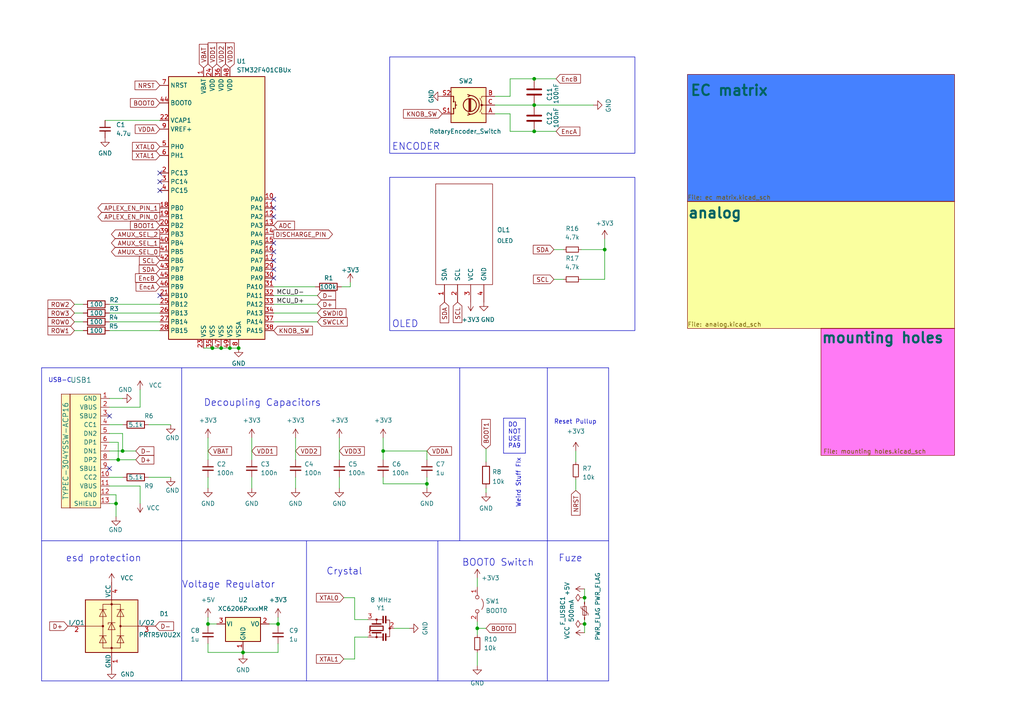
<source format=kicad_sch>
(kicad_sch (version 20230121) (generator eeschema)
  (paper "A4")
  (lib_symbols
    (symbol "Device:C" (pin_numbers hide) (pin_names (offset 0.254))
      (property "Reference" "C" (at 0.635 2.54 0))
      (property "Value" "C" (at 0.635 -2.54 0))
      (symbol "C_0_1"
        (polyline (pts (xy -2.032 -0.762) (xy 2.032 -0.762)) (stroke (width 0.508)))
        (polyline (pts (xy -2.032 0.762) (xy 2.032 0.762)) (stroke (width 0.508)))
      )
      (symbol "C_1_1"
        (pin passive line (at 0 3.81 270) (length 2.794) (name "~") (number "1"))
        (pin passive line (at 0 -3.81 90) (length 2.794) (name "~") (number "2"))
      )
    )
    (symbol "Device:C_Small" (pin_numbers hide) (pin_names (offset 0.254) hide)
      (property "Reference" "C" (at 0.254 1.778 0))
      (property "Value" "C_Small" (at 0.254 -2.032 0))
      (symbol "C_Small_0_1"
        (polyline (pts (xy -1.524 -0.508) (xy 1.524 -0.508)) (stroke (width 0.3302)))
        (polyline (pts (xy -1.524 0.508) (xy 1.524 0.508)) (stroke (width 0.3048)))
      )
      (symbol "C_Small_1_1"
        (pin passive line (at 0 2.54 270) (length 2.032) (name "~") (number "1"))
        (pin passive line (at 0 -2.54 90) (length 2.032) (name "~") (number "2"))
      )
    )
    (symbol "Device:Polyfuse_Small" (pin_numbers hide) (pin_names (offset 0))
      (property "Reference" "F" (at -1.905 0 90))
      (property "Value" "Polyfuse_Small" (at 1.905 0 90))
      (symbol "Polyfuse_Small_0_1"
        (rectangle (start -0.508 1.27) (end 0.508 -1.27))
        (polyline (pts (xy 0 2.54) (xy 0 -2.54)))
        (polyline (pts (xy -1.016 1.27) (xy -1.016 0.762) (xy 1.016 -0.762) (xy 1.016 -1.27)))
      )
      (symbol "Polyfuse_Small_1_1"
        (pin passive line (at 0 2.54 270) (length 0.635) (name "~") (number "1"))
        (pin passive line (at 0 -2.54 90) (length 0.635) (name "~") (number "2"))
      )
    )
    (symbol "Device:R" (pin_numbers hide) (pin_names (offset 0))
      (property "Reference" "R" (at 2.032 0 90))
      (property "Value" "R" (at 0 0 90))
      (symbol "R_0_1"
        (rectangle (start -1.016 -2.54) (end 1.016 2.54) (stroke (width 0.254)))
      )
      (symbol "R_1_1"
        (pin passive line (at 0 3.81 270) (length 1.27) (name "~") (number "1"))
        (pin passive line (at 0 -3.81 90) (length 1.27) (name "~") (number "2"))
      )
    )
    (symbol "Device:R_Small" (pin_numbers hide) (pin_names (offset 0.254) hide)
      (property "Reference" "R" (at 0.762 0.508 0))
      (property "Value" "R_Small" (at 0.762 -1.016 0))
      (symbol "R_Small_0_1"
        (rectangle (start -0.762 1.778) (end 0.762 -1.778) (stroke (width 0.2032)))
      )
      (symbol "R_Small_1_1"
        (pin passive line (at 0 2.54 270) (length 0.762) (name "~") (number "1"))
        (pin passive line (at 0 -2.54 90) (length 0.762) (name "~") (number "2"))
      )
    )
    (symbol "Device:Resonator_Small" (pin_names (offset 1.016) hide)
      (property "Reference" "Y" (at 3.175 1.905 0))
      (property "Value" "Resonator_Small" (at 3.175 0 0))
      (symbol "Resonator_Small_0_1"
        (rectangle (start -3.556 -2.54) (end -1.524 -2.794) (fill (type outline)))
        (rectangle (start -3.556 -1.778) (end -1.524 -2.032) (fill (type outline)))
        (circle (center -2.54 0) (radius 0.254) (fill (type outline)))
        (rectangle (start -0.635 1.905) (end 0.635 -1.905) (stroke (width 0.3048)))
        (circle (center 0 -3.81) (radius 0.254) (fill (type outline)))
        (polyline (pts (xy -2.54 -1.778) (xy -2.54 0)))
        (polyline (pts (xy -2.54 0) (xy -1.397 0)))
        (polyline (pts (xy -2.54 1.27) (xy -2.54 0)))
        (polyline (pts (xy -1.27 -1.27) (xy -1.27 1.27)) (stroke (width 0.381)))
        (polyline (pts (xy 1.27 -1.27) (xy 1.27 1.27)) (stroke (width 0.381)))
        (polyline (pts (xy 1.27 0) (xy 2.54 0)))
        (polyline (pts (xy 2.54 0) (xy 2.54 -1.778)))
        (polyline (pts (xy 2.54 1.27) (xy 2.54 0)))
        (polyline (pts (xy 2.413 -2.794) (xy 2.413 -3.81) (xy -2.413 -3.81) (xy -2.413 -2.667)))
        (rectangle (start 1.524 -2.54) (end 3.556 -2.794) (fill (type outline)))
        (rectangle (start 1.524 -1.778) (end 3.556 -2.032) (fill (type outline)))
        (circle (center 2.54 0) (radius 0.254) (fill (type outline)))
      )
      (symbol "Resonator_Small_1_1"
        (pin passive line (at -2.54 2.54 270) (length 1.27) (name "1") (number "1"))
        (pin passive line (at 0 -5.08 90) (length 1.27) (name "2") (number "2"))
        (pin passive line (at 2.54 2.54 270) (length 1.27) (name "3") (number "3"))
      )
    )
    (symbol "Device:RotaryEncoder_Switch" (pin_names (offset 0.254) hide)
      (property "Reference" "SW" (at 0 6.604 0))
      (property "Value" "RotaryEncoder_Switch" (at 0 -6.604 0))
      (symbol "RotaryEncoder_Switch_0_1"
        (rectangle (start -5.08 5.08) (end 5.08 -5.08) (stroke (width 0.254)) (fill (type background)))
        (circle (center -3.81 0) (radius 0.254) (fill (type outline)))
        (circle (center -0.381 0) (radius 1.905) (stroke (width 0.254)))
        (arc (start -0.381 2.667) (mid -3.0988 -0.0635) (end -0.381 -2.794) (stroke (width 0.254)))
        (polyline (pts (xy -0.635 -1.778) (xy -0.635 1.778)) (stroke (width 0.254)))
        (polyline (pts (xy -0.381 -1.778) (xy -0.381 1.778)) (stroke (width 0.254)))
        (polyline (pts (xy -0.127 1.778) (xy -0.127 -1.778)) (stroke (width 0.254)))
        (polyline (pts (xy 3.81 0) (xy 3.429 0)) (stroke (width 0.254)))
        (polyline (pts (xy 3.81 1.016) (xy 3.81 -1.016)) (stroke (width 0.254)))
        (polyline (pts (xy -5.08 -2.54) (xy -3.81 -2.54) (xy -3.81 -2.032)))
        (polyline (pts (xy -5.08 2.54) (xy -3.81 2.54) (xy -3.81 2.032)))
        (polyline (pts (xy 0.254 -3.048) (xy -0.508 -2.794) (xy 0.127 -2.413)) (stroke (width 0.254)))
        (polyline (pts (xy 0.254 2.921) (xy -0.508 2.667) (xy 0.127 2.286)) (stroke (width 0.254)))
        (polyline (pts (xy 5.08 -2.54) (xy 4.318 -2.54) (xy 4.318 -1.016)) (stroke (width 0.254)))
        (polyline (pts (xy 5.08 2.54) (xy 4.318 2.54) (xy 4.318 1.016)) (stroke (width 0.254)))
        (polyline (pts (xy -5.08 0) (xy -3.81 0) (xy -3.81 -1.016) (xy -3.302 -2.032)))
        (polyline (pts (xy -4.318 0) (xy -3.81 0) (xy -3.81 1.016) (xy -3.302 2.032)))
        (circle (center 4.318 -1.016) (radius 0.127) (stroke (width 0.254)))
        (circle (center 4.318 1.016) (radius 0.127) (stroke (width 0.254)))
      )
      (symbol "RotaryEncoder_Switch_1_1"
        (pin passive line (at -7.62 2.54 0) (length 2.54) (name "A") (number "A"))
        (pin passive line (at -7.62 -2.54 0) (length 2.54) (name "B") (number "B"))
        (pin passive line (at -7.62 0 0) (length 2.54) (name "C") (number "C"))
        (pin passive line (at 7.62 2.54 180) (length 2.54) (name "S1") (number "S1"))
        (pin passive line (at 7.62 -2.54 180) (length 2.54) (name "S2") (number "S2"))
      )
    )
    (symbol "Jumper:Jumper_2_Open" (pin_names (offset 0) hide)
      (property "Reference" "JP" (at 0 2.794 0))
      (property "Value" "Jumper_2_Open" (at 0 -2.286 0))
      (symbol "Jumper_2_Open_0_0"
        (circle (center -2.032 0) (radius 0.508))
        (circle (center 2.032 0) (radius 0.508))
      )
      (symbol "Jumper_2_Open_0_1"
        (arc (start 1.524 1.27) (mid 0 1.778) (end -1.524 1.27))
      )
      (symbol "Jumper_2_Open_1_1"
        (pin passive line (at -5.08 0 0) (length 2.54) (name "A") (number "1"))
        (pin passive line (at 5.08 0 180) (length 2.54) (name "B") (number "2"))
      )
    )
    (symbol "MCU_ST_STM32F4:STM32F401CBUx"
      (property "Reference" "U" (at -15.24 39.37 0))
      (property "Value" "STM32F401CBUx" (at 5.08 39.37 0))
      (symbol "STM32F401CBUx_0_1"
        (rectangle (start -15.24 -38.1) (end 12.7 38.1) (stroke (width 0.254)) (fill (type background)))
      )
      (symbol "STM32F401CBUx_1_1"
        (pin power_in line (at -5.08 40.64 270) (length 2.54) (name "VBAT") (number "1"))
        (pin bidirectional line (at 15.24 2.54 180) (length 2.54) (name "PA0") (number "10"))
        (pin bidirectional line (at 15.24 0 180) (length 2.54) (name "PA1") (number "11"))
        (pin bidirectional line (at 15.24 -2.54 180) (length 2.54) (name "PA2") (number "12"))
        (pin bidirectional line (at 15.24 -5.08 180) (length 2.54) (name "PA3") (number "13"))
        (pin bidirectional line (at 15.24 -7.62 180) (length 2.54) (name "PA4") (number "14"))
        (pin bidirectional line (at 15.24 -10.16 180) (length 2.54) (name "PA5") (number "15"))
        (pin bidirectional line (at 15.24 -12.7 180) (length 2.54) (name "PA6") (number "16"))
        (pin bidirectional line (at 15.24 -15.24 180) (length 2.54) (name "PA7") (number "17"))
        (pin bidirectional line (at -17.78 0 0) (length 2.54) (name "PB0") (number "18"))
        (pin bidirectional line (at -17.78 -2.54 0) (length 2.54) (name "PB1") (number "19"))
        (pin bidirectional line (at -17.78 10.16 0) (length 2.54) (name "PC13") (number "2"))
        (pin bidirectional line (at -17.78 -5.08 0) (length 2.54) (name "PB2") (number "20"))
        (pin bidirectional line (at -17.78 -25.4 0) (length 2.54) (name "PB10") (number "21"))
        (pin power_in line (at -17.78 25.4 0) (length 2.54) (name "VCAP1") (number "22"))
        (pin power_in line (at -5.08 -40.64 90) (length 2.54) (name "VSS") (number "23"))
        (pin power_in line (at -2.54 40.64 270) (length 2.54) (name "VDD") (number "24"))
        (pin bidirectional line (at -17.78 -27.94 0) (length 2.54) (name "PB12") (number "25"))
        (pin bidirectional line (at -17.78 -30.48 0) (length 2.54) (name "PB13") (number "26"))
        (pin bidirectional line (at -17.78 -33.02 0) (length 2.54) (name "PB14") (number "27"))
        (pin bidirectional line (at -17.78 -35.56 0) (length 2.54) (name "PB15") (number "28"))
        (pin bidirectional line (at 15.24 -17.78 180) (length 2.54) (name "PA8") (number "29"))
        (pin bidirectional line (at -17.78 7.62 0) (length 2.54) (name "PC14") (number "3"))
        (pin bidirectional line (at 15.24 -20.32 180) (length 2.54) (name "PA9") (number "30"))
        (pin bidirectional line (at 15.24 -22.86 180) (length 2.54) (name "PA10") (number "31"))
        (pin bidirectional line (at 15.24 -25.4 180) (length 2.54) (name "PA11") (number "32"))
        (pin bidirectional line (at 15.24 -27.94 180) (length 2.54) (name "PA12") (number "33"))
        (pin bidirectional line (at 15.24 -30.48 180) (length 2.54) (name "PA13") (number "34"))
        (pin power_in line (at -2.54 -40.64 90) (length 2.54) (name "VSS") (number "35"))
        (pin power_in line (at 0 40.64 270) (length 2.54) (name "VDD") (number "36"))
        (pin bidirectional line (at 15.24 -33.02 180) (length 2.54) (name "PA14") (number "37"))
        (pin bidirectional line (at 15.24 -35.56 180) (length 2.54) (name "PA15") (number "38"))
        (pin bidirectional line (at -17.78 -7.62 0) (length 2.54) (name "PB3") (number "39"))
        (pin bidirectional line (at -17.78 5.08 0) (length 2.54) (name "PC15") (number "4"))
        (pin bidirectional line (at -17.78 -10.16 0) (length 2.54) (name "PB4") (number "40"))
        (pin bidirectional line (at -17.78 -12.7 0) (length 2.54) (name "PB5") (number "41"))
        (pin bidirectional line (at -17.78 -15.24 0) (length 2.54) (name "PB6") (number "42"))
        (pin bidirectional line (at -17.78 -17.78 0) (length 2.54) (name "PB7") (number "43"))
        (pin input line (at -17.78 30.48 0) (length 2.54) (name "BOOT0") (number "44"))
        (pin bidirectional line (at -17.78 -20.32 0) (length 2.54) (name "PB8") (number "45"))
        (pin bidirectional line (at -17.78 -22.86 0) (length 2.54) (name "PB9") (number "46"))
        (pin power_in line (at 0 -40.64 90) (length 2.54) (name "VSS") (number "47"))
        (pin power_in line (at 2.54 40.64 270) (length 2.54) (name "VDD") (number "48"))
        (pin power_in line (at 2.54 -40.64 90) (length 2.54) (name "VSS") (number "49"))
        (pin input line (at -17.78 17.78 0) (length 2.54) (name "PH0") (number "5"))
        (pin input line (at -17.78 15.24 0) (length 2.54) (name "PH1") (number "6"))
        (pin input line (at -17.78 35.56 0) (length 2.54) (name "NRST") (number "7"))
        (pin power_in line (at 5.08 -40.64 90) (length 2.54) (name "VSSA") (number "8"))
        (pin power_in line (at -17.78 22.86 0) (length 2.54) (name "VREF+") (number "9"))
      )
    )
    (symbol "Power_Protection:PRTR5V0U2X" (pin_names (offset 0))
      (property "Reference" "D" (at 2.794 8.636 0))
      (property "Value" "PRTR5V0U2X" (at 8.128 -9.398 0))
      (symbol "PRTR5V0U2X_0_1"
        (rectangle (start -7.62 -7.62) (end 7.62 7.62) (stroke (width 0.254)) (fill (type background)))
        (circle (center -2.54 0) (radius 0.254) (fill (type outline)))
        (rectangle (start -2.54 6.35) (end 2.54 -6.35))
        (circle (center 0 -6.35) (radius 0.254) (fill (type outline)))
        (polyline (pts (xy -2.54 0) (xy -7.62 0)))
        (polyline (pts (xy -1.524 -2.794) (xy -3.556 -2.794)))
        (polyline (pts (xy -1.524 4.826) (xy -3.556 4.826)))
        (polyline (pts (xy 0 -7.62) (xy 0 7.62)))
        (polyline (pts (xy 1.524 -2.794) (xy 3.556 -2.794)))
        (polyline (pts (xy 1.524 4.826) (xy 3.556 4.826)))
        (polyline (pts (xy 2.54 0) (xy 7.62 0)))
        (polyline (pts (xy 1.016 1.016) (xy -1.016 1.016) (xy -1.016 0.508)))
        (polyline (pts (xy -3.556 -4.826) (xy -1.524 -4.826) (xy -2.54 -2.794) (xy -3.556 -4.826)))
        (polyline (pts (xy -3.556 2.794) (xy -1.524 2.794) (xy -2.54 4.826) (xy -3.556 2.794)))
        (polyline (pts (xy -1.016 -1.016) (xy 1.016 -1.016) (xy 0 1.016) (xy -1.016 -1.016)))
        (polyline (pts (xy 3.556 -4.826) (xy 1.524 -4.826) (xy 2.54 -2.794) (xy 3.556 -4.826)))
        (polyline (pts (xy 3.556 2.794) (xy 1.524 2.794) (xy 2.54 4.826) (xy 3.556 2.794)))
        (circle (center 0 6.35) (radius 0.254) (fill (type outline)))
        (circle (center 2.54 0) (radius 0.254) (fill (type outline)))
      )
      (symbol "PRTR5V0U2X_1_1"
        (pin passive line (at 0 -12.7 90) (length 5.08) (name "GND") (number "1"))
        (pin passive line (at -12.7 0 0) (length 5.08) (name "I/O1") (number "2"))
        (pin passive line (at 12.7 0 180) (length 5.08) (name "I/O2") (number "3"))
        (pin passive line (at 0 12.7 270) (length 5.08) (name "VCC") (number "4"))
      )
    )
    (symbol "Regulator_Linear:XC6206PxxxMR" (pin_names (offset 0.254))
      (property "Reference" "U" (at -3.81 3.175 0))
      (property "Value" "XC6206PxxxMR" (at 0 3.175 0))
      (symbol "XC6206PxxxMR_0_1"
        (rectangle (start -5.08 1.905) (end 5.08 -5.08) (stroke (width 0.254)) (fill (type background)))
      )
      (symbol "XC6206PxxxMR_1_1"
        (pin power_in line (at 0 -7.62 90) (length 2.54) (name "GND") (number "1"))
        (pin power_out line (at 7.62 0 180) (length 2.54) (name "VO") (number "2"))
        (pin power_in line (at -7.62 0 0) (length 2.54) (name "VI") (number "3"))
      )
    )
    (symbol "cipulot_parts:TYPEC-304YSSW-ACP16" (pin_names (offset 1.016))
      (property "Reference" "USB" (at -5.08 16.51 0))
      (property "Value" "TYPEC-304YSSW-ACP16" (at -10.16 -1.27 90))
      (symbol "TYPEC-304YSSW-ACP16_0_1"
        (rectangle (start -11.43 15.24) (end -8.89 -17.78) (fill (type background)))
        (rectangle (start 0 -17.78) (end -8.89 15.24) (fill (type background)))
      )
      (symbol "TYPEC-304YSSW-ACP16_1_1"
        (pin input line (at 2.54 13.97 180) (length 2.54) (name "GND") (number "1"))
        (pin input line (at 2.54 -8.89 180) (length 2.54) (name "CC2") (number "10"))
        (pin input line (at 2.54 -11.43 180) (length 2.54) (name "VBUS") (number "11"))
        (pin input line (at 2.54 -13.97 180) (length 2.54) (name "GND") (number "12"))
        (pin input line (at 2.54 -16.51 180) (length 2.54) (name "SHIELD") (number "13"))
        (pin input line (at 2.54 11.43 180) (length 2.54) (name "VBUS") (number "2"))
        (pin input line (at 2.54 8.89 180) (length 2.54) (name "SBU2") (number "3"))
        (pin input line (at 2.54 6.35 180) (length 2.54) (name "CC1") (number "4"))
        (pin input line (at 2.54 3.81 180) (length 2.54) (name "DN2") (number "5"))
        (pin input line (at 2.54 1.27 180) (length 2.54) (name "DP1") (number "6"))
        (pin input line (at 2.54 -1.27 180) (length 2.54) (name "DN1") (number "7"))
        (pin input line (at 2.54 -3.81 180) (length 2.54) (name "DP2") (number "8"))
        (pin input line (at 2.54 -6.35 180) (length 2.54) (name "SBU1") (number "9"))
      )
    )
    (symbol "kbd:OLED" (pin_names (offset 1.016))
      (property "Reference" "OL" (at 0 2.54 0))
      (property "Value" "OLED" (at 0 -1.27 0))
      (symbol "OLED_0_1"
        (rectangle (start -13.97 8.89) (end 15.24 -7.62))
      )
      (symbol "OLED_1_1"
        (pin bidirectional line (at -19.05 6.35 0) (length 5.08) (name "SDA") (number "1"))
        (pin bidirectional line (at -19.05 2.54 0) (length 5.08) (name "SCL") (number "2"))
        (pin power_in line (at -19.05 -1.27 0) (length 5.08) (name "VCC") (number "3"))
        (pin power_in line (at -19.05 -5.08 0) (length 5.08) (name "GND") (number "4"))
      )
    )
    (symbol "power:+3.3V" (power) (pin_names (offset 0))
      (property "Value" "+3.3V" (at 0 3.556 0))
      (symbol "+3.3V_0_1"
        (polyline (pts (xy -0.762 1.27) (xy 0 2.54)))
        (polyline (pts (xy 0 0) (xy 0 2.54)))
        (polyline (pts (xy 0 2.54) (xy 0.762 1.27)))
      )
      (symbol "+3.3V_1_1"
        (pin power_in line (at 0 0 90) (length 0) hide (name "+3V3") (number "1"))
      )
    )
    (symbol "power:+3V3" (power) (pin_names (offset 0))
      (property "Value" "+3V3" (at 0 3.556 0))
      (symbol "+3V3_0_1"
        (polyline (pts (xy -0.762 1.27) (xy 0 2.54)))
        (polyline (pts (xy 0 0) (xy 0 2.54)))
        (polyline (pts (xy 0 2.54) (xy 0.762 1.27)))
      )
      (symbol "+3V3_1_1"
        (pin power_in line (at 0 0 90) (length 0) hide (name "+3V3") (number "1"))
      )
    )
    (symbol "power:+5V" (power) (pin_names (offset 0))
      (property "Value" "+5V" (at 0 3.556 0))
      (symbol "+5V_0_1"
        (polyline (pts (xy -0.762 1.27) (xy 0 2.54)))
        (polyline (pts (xy 0 0) (xy 0 2.54)))
        (polyline (pts (xy 0 2.54) (xy 0.762 1.27)))
      )
      (symbol "+5V_1_1"
        (pin power_in line (at 0 0 90) (length 0) hide (name "+5V") (number "1"))
      )
    )
    (symbol "power:GND" (power) (pin_names (offset 0))
      (property "Value" "GND" (at 0 -3.81 0))
      (symbol "GND_0_1"
        (polyline (pts (xy 0 0) (xy 0 -1.27) (xy 1.27 -1.27) (xy 0 -2.54) (xy -1.27 -1.27) (xy 0 -1.27)))
      )
      (symbol "GND_1_1"
        (pin power_in line (at 0 0 270) (length 0) hide (name "GND") (number "1"))
      )
    )
    (symbol "power:PWR_FLAG" (power) (pin_numbers hide) (pin_names (offset 0) hide)
      (property "Value" "PWR_FLAG" (at 0 3.81 0))
      (symbol "PWR_FLAG_0_0"
        (pin power_out line (at 0 0 90) (length 0) (name "pwr") (number "1"))
      )
      (symbol "PWR_FLAG_0_1"
        (polyline (pts (xy 0 0) (xy 0 1.27) (xy -1.016 1.905) (xy 0 2.54) (xy 1.016 1.905) (xy 0 1.27)))
      )
    )
    (symbol "power:VCC" (power) (pin_names (offset 0))
      (property "Value" "VCC" (at 0 3.81 0))
      (symbol "VCC_0_1"
        (polyline (pts (xy -0.762 1.27) (xy 0 2.54)))
        (polyline (pts (xy 0 0) (xy 0 2.54)))
        (polyline (pts (xy 0 2.54) (xy 0.762 1.27)))
      )
      (symbol "VCC_1_1"
        (pin power_in line (at 0 0 90) (length 0) hide (name "VCC") (number "1"))
      )
    )
  )
  (junction (at 123.825 140.335))
  (junction (at 61.595 100.965))
  (junction (at 64.135 100.965))
  (junction (at 35.56 130.81))
  (junction (at 169.545 173.355))
  (junction (at 175.387 72.39))
  (junction (at 69.215 100.965))
  (junction (at 60.325 180.975))
  (junction (at 154.94 38.1))
  (junction (at 66.675 100.965))
  (junction (at 138.43 182.245))
  (junction (at 111.125 130.81))
  (junction (at 154.94 22.86))
  (junction (at 80.645 180.975))
  (junction (at 34.29 133.35))
  (junction (at 169.545 180.975))
  (junction (at 154.94 30.48))
  (junction (at 33.655 146.05))
  (junction (at 70.485 189.23))
  (no_connect (at 46.355 52.705))
  (no_connect (at 79.375 80.645))
  (no_connect (at 79.375 70.485))
  (no_connect (at 31.75 135.89))
  (no_connect (at 79.375 57.785))
  (no_connect (at 79.375 62.865))
  (no_connect (at 31.75 120.65))
  (no_connect (at 79.375 73.025))
  (no_connect (at 79.375 78.105))
  (no_connect (at 79.375 60.325))
  (no_connect (at 79.375 75.565))
  (no_connect (at 46.355 85.725))
  (no_connect (at 46.355 50.165))
  (no_connect (at 46.355 55.245))
  (wire (pts (xy 102.87 191.135) (xy 102.87 184.785)))
  (polyline (pts (xy 133.35 106.68) (xy 133.35 156.845)))
  (wire (pts (xy 140.97 141.605) (xy 140.97 142.875)))
  (wire (pts (xy 21.59 95.885) (xy 24.13 95.885)))
  (wire (pts (xy 60.325 127) (xy 60.325 133.35)))
  (wire (pts (xy 43.18 138.43) (xy 49.53 138.43)))
  (wire (pts (xy 140.97 130.175) (xy 140.97 133.985)))
  (wire (pts (xy 85.725 138.43) (xy 85.725 141.605)))
  (wire (pts (xy 160.655 81.026) (xy 163.449 81.026)))
  (wire (pts (xy 60.325 180.975) (xy 62.865 180.975)))
  (wire (pts (xy 85.725 127) (xy 85.725 133.35)))
  (polyline (pts (xy 146.05 131.445) (xy 152.4 131.445)))
  (wire (pts (xy 168.529 72.39) (xy 175.387 72.39)))
  (wire (pts (xy 99.06 83.185) (xy 101.6 83.185)))
  (wire (pts (xy 33.655 146.05) (xy 31.75 146.05)))
  (wire (pts (xy 111.125 130.81) (xy 123.825 130.81)))
  (wire (pts (xy 21.59 88.265) (xy 24.13 88.265)))
  (wire (pts (xy 60.325 180.975) (xy 60.325 179.07)))
  (wire (pts (xy 111.125 138.43) (xy 111.125 140.335)))
  (wire (pts (xy 98.425 127) (xy 98.425 133.35)))
  (polyline (pts (xy 176.53 197.485) (xy 12.065 197.485)))
  (wire (pts (xy 31.75 140.97) (xy 40.64 140.97)))
  (wire (pts (xy 60.325 138.43) (xy 60.325 141.605)))
  (wire (pts (xy 138.43 167.64) (xy 138.43 170.18)))
  (wire (pts (xy 167.005 130.81) (xy 167.005 133.985)))
  (wire (pts (xy 31.75 125.73) (xy 35.56 125.73)))
  (wire (pts (xy 80.645 189.23) (xy 80.645 186.69)))
  (wire (pts (xy 111.125 130.81) (xy 111.125 133.35)))
  (wire (pts (xy 154.94 38.1) (xy 147.955 38.1)))
  (polyline (pts (xy 158.75 106.68) (xy 158.75 156.845)))
  (wire (pts (xy 33.655 143.51) (xy 33.655 146.05)))
  (wire (pts (xy 175.387 69.342) (xy 175.387 72.39)))
  (wire (pts (xy 43.18 123.19) (xy 49.53 123.19)))
  (wire (pts (xy 138.43 180.34) (xy 138.43 182.245)))
  (wire (pts (xy 46.355 93.345) (xy 31.75 93.345)))
  (wire (pts (xy 70.485 189.23) (xy 70.485 189.865)))
  (polyline (pts (xy 52.705 106.68) (xy 52.705 197.485)))
  (wire (pts (xy 169.545 183.515) (xy 169.545 180.975)))
  (wire (pts (xy 102.87 179.705) (xy 102.87 173.355)))
  (wire (pts (xy 21.59 90.805) (xy 24.13 90.805)))
  (wire (pts (xy 99.695 191.135) (xy 102.87 191.135)))
  (wire (pts (xy 160.655 72.39) (xy 163.449 72.39)))
  (wire (pts (xy 79.375 88.265) (xy 92.075 88.265)))
  (wire (pts (xy 79.375 90.805) (xy 92.075 90.805)))
  (polyline (pts (xy 12.065 156.845) (xy 176.53 156.845)))
  (wire (pts (xy 70.485 188.595) (xy 70.485 189.23)))
  (wire (pts (xy 31.75 118.11) (xy 40.64 118.11)))
  (wire (pts (xy 106.68 179.705) (xy 102.87 179.705)))
  (wire (pts (xy 147.955 27.94) (xy 143.51 27.94)))
  (polyline (pts (xy 176.53 106.68) (xy 176.53 197.485)))
  (wire (pts (xy 59.055 100.965) (xy 61.595 100.965)))
  (wire (pts (xy 101.6 83.185) (xy 101.6 81.915)))
  (wire (pts (xy 99.695 173.355) (xy 102.87 173.355)))
  (polyline (pts (xy 127 156.845) (xy 127 197.485)))
  (wire (pts (xy 60.325 189.23) (xy 60.325 186.69)))
  (wire (pts (xy 73.025 138.43) (xy 73.025 141.605)))
  (polyline (pts (xy 146.05 121.285) (xy 146.05 131.445)))
  (wire (pts (xy 31.75 128.27) (xy 34.29 128.27)))
  (wire (pts (xy 35.56 125.73) (xy 35.56 130.81)))
  (wire (pts (xy 147.955 22.86) (xy 154.94 22.86)))
  (wire (pts (xy 31.75 143.51) (xy 33.655 143.51)))
  (wire (pts (xy 70.485 189.23) (xy 80.645 189.23)))
  (wire (pts (xy 154.94 30.48) (xy 172.085 30.48)))
  (wire (pts (xy 31.75 133.35) (xy 34.29 133.35)))
  (polyline (pts (xy 158.75 156.845) (xy 158.75 197.485)))
  (polyline (pts (xy 12.065 106.68) (xy 12.065 197.485)))
  (wire (pts (xy 138.43 182.245) (xy 140.97 182.245)))
  (wire (pts (xy 147.955 22.86) (xy 147.955 27.94)))
  (wire (pts (xy 31.75 130.81) (xy 35.56 130.81)))
  (wire (pts (xy 33.655 146.05) (xy 33.655 149.86)))
  (wire (pts (xy 98.425 138.43) (xy 98.425 141.605)))
  (wire (pts (xy 31.75 115.57) (xy 35.56 115.57)))
  (wire (pts (xy 34.29 128.27) (xy 34.29 133.35)))
  (wire (pts (xy 79.375 93.345) (xy 92.075 93.345)))
  (wire (pts (xy 80.645 180.975) (xy 80.645 181.61)))
  (polyline (pts (xy 88.9 156.845) (xy 88.9 197.485)))
  (wire (pts (xy 31.75 90.805) (xy 46.355 90.805)))
  (polyline (pts (xy 152.4 131.445) (xy 152.4 121.285)))
  (wire (pts (xy 64.135 100.965) (xy 66.675 100.965)))
  (wire (pts (xy 73.025 127) (xy 73.025 133.35)))
  (wire (pts (xy 138.43 189.23) (xy 138.43 193.04)))
  (wire (pts (xy 31.75 95.885) (xy 46.355 95.885)))
  (wire (pts (xy 154.94 30.48) (xy 143.51 30.48)))
  (wire (pts (xy 35.56 130.81) (xy 39.37 130.81)))
  (wire (pts (xy 147.955 38.1) (xy 147.955 33.02)))
  (wire (pts (xy 61.595 100.965) (xy 64.135 100.965)))
  (wire (pts (xy 79.375 85.725) (xy 92.075 85.725)))
  (wire (pts (xy 123.825 140.335) (xy 123.825 141.605)))
  (wire (pts (xy 169.545 174.625) (xy 169.545 173.355)))
  (polyline (pts (xy 12.065 106.68) (xy 176.53 106.68)))
  (polyline (pts (xy 146.05 121.285) (xy 152.4 121.285)))
  (wire (pts (xy 91.44 83.185) (xy 79.375 83.185)))
  (wire (pts (xy 169.545 173.355) (xy 169.545 170.815)))
  (wire (pts (xy 40.64 118.11) (xy 40.64 113.03)))
  (wire (pts (xy 147.955 33.02) (xy 143.51 33.02)))
  (wire (pts (xy 30.48 34.925) (xy 46.355 34.925)))
  (wire (pts (xy 111.125 127) (xy 111.125 130.81)))
  (wire (pts (xy 175.387 72.39) (xy 175.387 81.026)))
  (wire (pts (xy 40.64 140.97) (xy 40.64 146.05)))
  (wire (pts (xy 169.545 180.975) (xy 169.545 179.705)))
  (wire (pts (xy 123.825 138.43) (xy 123.825 140.335)))
  (wire (pts (xy 31.75 123.19) (xy 35.56 123.19)))
  (wire (pts (xy 114.3 182.245) (xy 118.745 182.245)))
  (wire (pts (xy 78.105 180.975) (xy 80.645 180.975)))
  (wire (pts (xy 31.75 88.265) (xy 46.355 88.265)))
  (wire (pts (xy 34.29 133.35) (xy 39.37 133.35)))
  (wire (pts (xy 111.125 140.335) (xy 123.825 140.335)))
  (wire (pts (xy 21.59 93.345) (xy 24.13 93.345)))
  (wire (pts (xy 80.645 180.975) (xy 80.645 179.07)))
  (wire (pts (xy 123.825 130.81) (xy 123.825 133.35)))
  (wire (pts (xy 154.94 38.1) (xy 161.29 38.1)))
  (wire (pts (xy 31.75 138.43) (xy 35.56 138.43)))
  (wire (pts (xy 70.485 189.23) (xy 60.325 189.23)))
  (wire (pts (xy 66.675 100.965) (xy 69.215 100.965)))
  (wire (pts (xy 138.43 182.245) (xy 138.43 184.15)))
  (wire (pts (xy 102.87 184.785) (xy 106.68 184.785)))
  (wire (pts (xy 154.94 22.86) (xy 161.29 22.86)))
  (wire (pts (xy 60.325 181.61) (xy 60.325 180.975)))
  (wire (pts (xy 168.529 81.026) (xy 175.387 81.026)))
  (wire (pts (xy 167.005 139.065) (xy 167.005 142.24)))
  (rectangle (start 113.03 51.435) (end 184.15 95.885))
  (rectangle (start 113.03 16.51) (end 184.15 44.45))
  (text "Voltage Regulator" (at 52.705 170.815 0) (effects (font (size 2 2)) (justify left bottom)))
  (text "Crystal" (at 94.615 167.005 0) (effects (font (size 2 2)) (justify left bottom)))
  (text "ENCODER" (at 113.665 43.815 0) (effects (font (size 2 2)) (justify left bottom)))
  (text "Weird Stuff FIx" (at 151.13 147.32 90) (effects (font (size 1.27 1.27)) (justify left bottom)))
  (text "Fuze\n" (at 161.925 163.195 0) (effects (font (size 2 2)) (justify left bottom)))
  (text "Decoupling Capacitors" (at 59.055 118.11 0) (effects (font (size 2 2)) (justify left bottom)))
  (text "OLED" (at 113.665 95.25 0) (effects (font (size 2 2)) (justify left bottom)))
  (text "DO\nNOT\nUSE\nPA9\n" (at 147.32 130.175 0) (effects (font (size 1.27 1.27)) (justify left bottom)))
  (text "esd protection\n" (at 19.05 163.195 0) (effects (font (size 2 2)) (justify left bottom)))
  (text "Reset Pullup" (at 160.655 123.19 0) (effects (font (size 1.27 1.27)) (justify left bottom)))
  (text "USB-C" (at 13.97 111.125 0) (effects (font (size 1.27 1.27)) (justify left bottom)))
  (text "BOOT0 Switch" (at 133.985 164.465 0) (effects (font (size 2 2)) (justify left bottom)))
  (label "MCU_D+" (at 88.265 88.265 180))
  (label "MCU_D-" (at 88.265 85.725 180))
  (global_label "VDD3" (shape input) (at 66.675 19.685 90) (property "Intersheetrefs" "${INTERSHEET_REFS}" (effects hide)))
  (global_label "VDDA" (shape input) (at 123.825 130.81 0) (property "Intersheetrefs" "${INTERSHEET_REFS}" (effects hide)))
  (global_label "VDD2" (shape input) (at 64.135 19.685 90) (property "Intersheetrefs" "${INTERSHEET_REFS}" (effects hide)))
  (global_label "EncA" (shape input) (at 46.355 83.185 180) (property "Intersheetrefs" "${INTERSHEET_REFS}" (effects hide)))
  (global_label "ADC" (shape input) (at 79.375 65.405 0) (property "Intersheetrefs" "${INTERSHEET_REFS}" (effects hide)))
  (global_label "SCL" (shape input) (at 132.715 87.63 270) (property "Intersheetrefs" "${INTERSHEET_REFS}" (effects hide)))
  (global_label "VDD3" (shape input) (at 98.425 130.81 0) (property "Intersheetrefs" "${INTERSHEET_REFS}" (effects hide)))
  (global_label "EncA" (shape input) (at 161.29 38.1 0) (property "Intersheetrefs" "${INTERSHEET_REFS}" (effects hide)))
  (global_label "XTAL0" (shape input) (at 46.355 42.545 180) (property "Intersheetrefs" "${INTERSHEET_REFS}" (effects hide)))
  (global_label "SCL" (shape input) (at 160.655 81.026 180) (property "Intersheetrefs" "${INTERSHEET_REFS}" (effects hide)))
  (global_label "SWCLK" (shape input) (at 92.075 93.345 0) (property "Intersheetrefs" "${INTERSHEET_REFS}" (effects hide)))
  (global_label "D-" (shape input) (at 92.075 85.725 0) (property "Intersheetrefs" "${INTERSHEET_REFS}" (effects hide)))
  (global_label "XTAL1" (shape input) (at 99.695 191.135 180) (property "Intersheetrefs" "${INTERSHEET_REFS}" (effects hide)))
  (global_label "SWDIO" (shape input) (at 92.075 90.805 0) (property "Intersheetrefs" "${INTERSHEET_REFS}" (effects hide)))
  (global_label "KNOB_SW" (shape input) (at 128.27 33.02 180) (property "Intersheetrefs" "${INTERSHEET_REFS}" (effects hide)))
  (global_label "ROW3" (shape input) (at 21.59 90.805 180) (property "Intersheetrefs" "${INTERSHEET_REFS}" (effects hide)))
  (global_label "ROW1" (shape input) (at 21.59 95.885 180) (property "Intersheetrefs" "${INTERSHEET_REFS}" (effects hide)))
  (global_label "SDA" (shape input) (at 46.355 78.105 180) (property "Intersheetrefs" "${INTERSHEET_REFS}" (effects hide)))
  (global_label "AMUX_SEL_1" (shape output) (at 46.355 70.485 180) (property "Intersheetrefs" "${INTERSHEET_REFS}" (effects hide)))
  (global_label "SDA" (shape input) (at 128.905 87.63 270) (property "Intersheetrefs" "${INTERSHEET_REFS}" (effects hide)))
  (global_label "AMUX_SEL_2" (shape output) (at 46.355 67.945 180) (property "Intersheetrefs" "${INTERSHEET_REFS}" (effects hide)))
  (global_label "SDA" (shape input) (at 160.655 72.39 180) (property "Intersheetrefs" "${INTERSHEET_REFS}" (effects hide)))
  (global_label "VDD2" (shape input) (at 85.725 130.81 0) (property "Intersheetrefs" "${INTERSHEET_REFS}" (effects hide)))
  (global_label "XTAL0" (shape input) (at 99.695 173.355 180) (property "Intersheetrefs" "${INTERSHEET_REFS}" (effects hide)))
  (global_label "D+" (shape input) (at 39.37 133.35 0) (property "Intersheetrefs" "${INTERSHEET_REFS}" (effects hide)))
  (global_label "DISCHARGE_PIN" (shape output) (at 79.375 67.945 0) (property "Intersheetrefs" "${INTERSHEET_REFS}" (effects hide)))
  (global_label "D-" (shape input) (at 39.37 130.81 0) (property "Intersheetrefs" "${INTERSHEET_REFS}" (effects hide)))
  (global_label "ROW0" (shape input) (at 21.59 93.345 180) (property "Intersheetrefs" "${INTERSHEET_REFS}" (effects hide)))
  (global_label "BOOT0" (shape input) (at 140.97 182.245 0) (property "Intersheetrefs" "${INTERSHEET_REFS}" (effects hide)))
  (global_label "D-" (shape input) (at 45.085 181.61 0) (property "Intersheetrefs" "${INTERSHEET_REFS}" (effects hide)))
  (global_label "KNOB_SW" (shape input) (at 79.375 95.885 0) (property "Intersheetrefs" "${INTERSHEET_REFS}" (effects hide)))
  (global_label "NRST" (shape input) (at 167.005 142.24 270) (property "Intersheetrefs" "${INTERSHEET_REFS}" (effects hide)))
  (global_label "VDDA" (shape input) (at 46.355 37.465 180) (property "Intersheetrefs" "${INTERSHEET_REFS}" (effects hide)))
  (global_label "NRST" (shape input) (at 46.355 24.765 180) (property "Intersheetrefs" "${INTERSHEET_REFS}" (effects hide)))
  (global_label "XTAL1" (shape input) (at 46.355 45.085 180) (property "Intersheetrefs" "${INTERSHEET_REFS}" (effects hide)))
  (global_label "AMUX_SEL_0" (shape output) (at 46.355 73.025 180) (property "Intersheetrefs" "${INTERSHEET_REFS}" (effects hide)))
  (global_label "BOOT1" (shape input) (at 46.355 65.405 180) (property "Intersheetrefs" "${INTERSHEET_REFS}" (effects hide)))
  (global_label "VBAT" (shape input) (at 59.055 19.685 90) (property "Intersheetrefs" "${INTERSHEET_REFS}" (effects hide)))
  (global_label "ROW2" (shape input) (at 21.59 88.265 180) (property "Intersheetrefs" "${INTERSHEET_REFS}" (effects hide)))
  (global_label "SCL" (shape input) (at 46.355 75.565 180) (property "Intersheetrefs" "${INTERSHEET_REFS}" (effects hide)))
  (global_label "D+" (shape input) (at 92.075 88.265 0) (property "Intersheetrefs" "${INTERSHEET_REFS}" (effects hide)))
  (global_label "EncB" (shape input) (at 161.29 22.86 0) (property "Intersheetrefs" "${INTERSHEET_REFS}" (effects hide)))
  (global_label "VBAT" (shape input) (at 60.325 130.81 0) (property "Intersheetrefs" "${INTERSHEET_REFS}" (effects hide)))
  (global_label "BOOT1" (shape input) (at 140.97 130.175 90) (property "Intersheetrefs" "${INTERSHEET_REFS}" (effects hide)))
  (global_label "APLEX_EN_PIN_0" (shape output) (at 46.355 62.865 180) (property "Intersheetrefs" "${INTERSHEET_REFS}" (effects hide)))
  (global_label "EncB" (shape input) (at 46.355 80.645 180) (property "Intersheetrefs" "${INTERSHEET_REFS}" (effects hide)))
  (global_label "APLEX_EN_PIN_1" (shape output) (at 46.355 60.325 180) (property "Intersheetrefs" "${INTERSHEET_REFS}" (effects hide)))
  (global_label "D+" (shape input) (at 19.685 181.61 180) (property "Intersheetrefs" "${INTERSHEET_REFS}" (effects hide)))
  (global_label "VDD1" (shape input) (at 73.025 130.81 0) (property "Intersheetrefs" "${INTERSHEET_REFS}" (effects hide)))
  (global_label "BOOT0" (shape input) (at 46.355 29.845 180) (property "Intersheetrefs" "${INTERSHEET_REFS}" (effects hide)))
  (global_label "VDD1" (shape input) (at 61.595 19.685 90) (property "Intersheetrefs" "${INTERSHEET_REFS}" (effects hide)))
  (symbol (lib_id "power:+3V3") (at 60.325 127 0) (unit 1)
    (property "Reference" "#PWR07" (effects hide))
    (property "Value" "+3V3" (at 60.325 121.92 0))
  )
  (symbol (lib_id "power:GND") (at 35.56 115.57 90) (unit 1)
    (property "Reference" "#PWR05" (effects hide))
    (property "Value" "GND" (at 34.29 113.03 90) (effects (justify right)))
  )
  (symbol (lib_id "power:PWR_FLAG") (at 169.545 173.355 90) (unit 1)
    (property "Reference" "#FLG01" (effects hide))
    (property "Value" "PWR_FLAG" (at 173.355 170.815 0))
  )
  (symbol (lib_id "Device:R_Small") (at 165.989 72.39 90) (unit 1)
    (property "Reference" "R16" (at 165.989 66.294 90))
    (property "Value" "4.7k" (at 165.989 68.834 90))
    (property "Footprint" "Resistor_SMD:R_0402_1005Metric" (effects hide))
    (property "LCSC" "C25900" (effects hide))
    (property "Package" "0402" (effects hide))
  )
  (symbol (lib_id "power:+5V") (at 60.325 179.07 0) (unit 1)
    (property "Reference" "#PWR025" (effects hide))
    (property "Value" "+5V" (at 60.325 173.99 0))
  )
  (symbol (lib_id "power:PWR_FLAG") (at 169.545 180.975 90) (unit 1)
    (property "Reference" "#FLG02" (effects hide))
    (property "Value" "PWR_FLAG" (at 173.355 180.975 0))
  )
  (symbol (lib_id "Device:R_Small") (at 167.005 136.525 0) (unit 1)
    (property "Reference" "R7" (at 168.91 135.89 0) (effects (justify left)))
    (property "Value" "10k" (at 168.91 138.43 0) (effects (justify left)))
    (property "Footprint" "Resistor_SMD:R_0402_1005Metric" (effects hide))
  )
  (symbol (lib_id "Device:R") (at 27.94 95.885 90) (unit 1)
    (property "Reference" "R5" (at 34.29 94.615 90) (effects (justify left)))
    (property "Value" "100" (at 29.845 95.885 90) (effects (justify left)))
    (property "Footprint" "Resistor_SMD:R_0402_1005Metric" (effects hide))
    (property "LCSC" "C25076" (effects hide))
  )
  (symbol (lib_id "power:GND") (at 30.48 40.005 0) (unit 1)
    (property "Reference" "#PWR01" (effects hide))
    (property "Value" "GND" (at 30.48 44.45 0))
  )
  (symbol (lib_id "MCU_ST_STM32F4:STM32F401CBUx") (at 64.135 60.325 0) (unit 1)
    (property "Reference" "U1" (at 68.6309 17.78 0) (effects (justify left)))
    (property "Value" "STM32F401CBUx" (at 68.6309 20.32 0) (effects (justify left)))
    (property "Footprint" "Package_DFN_QFN:QFN-48-1EP_7x7mm_P0.5mm_EP5.6x5.6mm" (effects hide))
    (property "Datasheet" "http://www.st.com/st-web-ui/static/active/en/resource/technical/document/datasheet/DM00086815.pdf" (effects hide))
    (property "LCSC" "C118825" (effects hide))
  )
  (symbol (lib_id "Device:C_Small") (at 73.025 135.89 0) (unit 1)
    (property "Reference" "C3" (at 75.565 134.6262 0) (effects (justify left)))
    (property "Value" "100n" (at 75.565 137.1662 0) (effects (justify left)))
    (property "Footprint" "Capacitor_SMD:C_0402_1005Metric" (effects hide))
  )
  (symbol (lib_id "Device:C_Small") (at 85.725 135.89 0) (unit 1)
    (property "Reference" "C4" (at 88.265 134.6262 0) (effects (justify left)))
    (property "Value" "100n" (at 88.265 137.1662 0) (effects (justify left)))
    (property "Footprint" "Capacitor_SMD:C_0402_1005Metric" (effects hide))
  )
  (symbol (lib_id "Device:R") (at 140.97 137.795 180) (unit 1)
    (property "Reference" "R8" (at 142.748 136.8865 0) (effects (justify right)))
    (property "Value" "10k" (at 142.748 139.6616 0) (effects (justify right)))
    (property "Footprint" "Resistor_SMD:R_0402_1005Metric" (effects hide))
    (property "LCSC" "C25744" (effects hide))
  )
  (symbol (lib_id "power:+3V3") (at 175.387 69.342 0) (unit 1)
    (property "Reference" "#PWR039" (effects hide))
    (property "Value" "+3.3V" (at 175.387 64.77 0))
  )
  (symbol (lib_id "power:+3V3") (at 73.025 127 0) (unit 1)
    (property "Reference" "#PWR08" (effects hide))
    (property "Value" "+3V3" (at 73.025 121.92 0))
  )
  (symbol (lib_id "power:GND") (at 128.27 27.94 270) (mirror x) (unit 1)
    (property "Reference" "#PWR050" (effects hide))
    (property "Value" "GND" (at 125.095 27.94 0))
  )
  (symbol (lib_id "power:+3.3V") (at 101.6 81.915 0) (unit 1)
    (property "Reference" "#PWR02" (effects hide))
    (property "Value" "+3.3V" (at 101.6 78.3105 0))
  )
  (symbol (lib_id "Device:C") (at 154.94 34.29 0) (mirror x) (unit 1)
    (property "Reference" "C12" (at 159.385 32.385 90) (effects (justify left)))
    (property "Value" "100nF" (at 161.29 31.115 90) (effects (justify left)))
    (property "Footprint" "Capacitor_SMD:C_0402_1005Metric" (effects hide))
    (property "LCSC" "C307331" (effects hide))
  )
  (symbol (lib_id "Device:C_Small") (at 30.48 37.465 0) (unit 1)
    (property "Reference" "C1" (at 33.655 36.2012 0) (effects (justify left)))
    (property "Value" "4.7u" (at 33.655 38.7412 0) (effects (justify left)))
    (property "Footprint" "Capacitor_SMD:C_0402_1005Metric" (effects hide))
  )
  (symbol (lib_id "cipulot_parts:TYPEC-304YSSW-ACP16") (at 29.21 129.54 0) (unit 1)
    (property "Reference" "USB1" (at 23.495 110.2159 0) (effects (font (size 1.524 1.524))))
    (property "Value" "TYPEC-304YSSW-ACP16" (at 19.05 130.81 90) (effects (font (size 1.524 1.524))))
    (property "Footprint" "cipulot_parts:HRO-TYPE-C-31-M-12" (effects hide))
    (property "LCSC" "C2840392" (effects hide))
  )
  (symbol (lib_id "Device:Resonator_Small") (at 109.22 182.245 90) (unit 1)
    (property "Reference" "Y1" (at 110.49 176.3268 90))
    (property "Value" "8 MHz" (at 110.49 174.0154 90))
    (property "Footprint" "Crystal:Resonator_SMD_Murata_CSTxExxV-3Pin_3.0x1.1mm" (effects hide))
    (property "LCSC" "C907975" (effects hide))
  )
  (symbol (lib_id "power:GND") (at 123.825 141.605 0) (unit 1)
    (property "Reference" "#PWR018" (effects hide))
    (property "Value" "GND" (at 123.825 146.05 0))
  )
  (symbol (lib_id "Device:C") (at 154.94 26.67 0) (unit 1)
    (property "Reference" "C11" (at 159.385 25.4 90) (effects (justify right)))
    (property "Value" "100nF" (at 161.29 24.13 90) (effects (justify right)))
    (property "Footprint" "Capacitor_SMD:C_0402_1005Metric" (effects hide))
    (property "LCSC" "C307331" (effects hide))
  )
  (symbol (lib_id "power:GND") (at 49.53 138.43 0) (unit 1)
    (property "Reference" "#PWR013" (effects hide))
    (property "Value" "GND" (at 52.07 142.24 0) (effects (justify right)))
  )
  (symbol (lib_id "power:+5V") (at 169.545 170.815 90) (unit 1)
    (property "Reference" "#PWR024" (effects hide))
    (property "Value" "+5V" (at 164.465 170.815 0))
  )
  (symbol (lib_id "Device:R") (at 95.25 83.185 90) (unit 1)
    (property "Reference" "R1" (at 93.98 80.645 90) (effects (justify right)))
    (property "Value" "100k" (at 92.71 83.185 90) (effects (justify right)))
    (property "Footprint" "Resistor_SMD:R_0402_1005Metric" (effects hide))
    (property "LCSC" "C25741" (effects hide))
  )
  (symbol (lib_id "Device:RotaryEncoder_Switch") (at 135.89 30.48 180) (unit 1)
    (property "Reference" "SW2" (at 137.16 23.495 0) (effects (justify left)))
    (property "Value" "RotaryEncoder_Switch" (at 145.415 38.1 0) (effects (justify left)))
    (property "Footprint" "PCM_marbastlib-various:ROT_Alps_EC11E-Switch" (effects hide))
  )
  (symbol (lib_id "power:+3V3") (at 98.425 127 0) (unit 1)
    (property "Reference" "#PWR010" (effects hide))
    (property "Value" "+3V3" (at 98.425 121.92 0))
  )
  (symbol (lib_id "power:+3V3") (at 85.725 127 0) (unit 1)
    (property "Reference" "#PWR09" (effects hide))
    (property "Value" "+3V3" (at 85.725 121.92 0))
  )
  (symbol (lib_id "Device:Polyfuse_Small") (at 169.545 177.165 180) (unit 1)
    (property "Reference" "F_USBC1" (at 163.195 177.165 90))
    (property "Value" "500mA" (at 165.735 177.165 90))
    (property "Footprint" "Fuse:Fuse_1206_3216Metric" (effects hide))
  )
  (symbol (lib_id "Device:R") (at 27.94 93.345 90) (unit 1)
    (property "Reference" "R4" (at 34.29 92.075 90) (effects (justify left)))
    (property "Value" "100" (at 29.845 93.345 90) (effects (justify left)))
    (property "Footprint" "Resistor_SMD:R_0402_1005Metric" (effects hide))
    (property "LCSC" "C25076" (effects hide))
  )
  (symbol (lib_id "power:GND") (at 138.43 193.04 0) (unit 1)
    (property "Reference" "#PWR030" (effects hide))
    (property "Value" "GND" (at 138.43 198.12 0))
  )
  (symbol (lib_id "kbd:OLED") (at 135.255 68.58 90) (unit 1)
    (property "Reference" "OL1" (at 144.145 66.675 90) (effects (font (size 1.2954 1.2954)) (justify right)))
    (property "Value" "OLED" (at 144.145 69.85 90) (effects (font (size 1.1938 1.1938)) (justify right)))
    (property "Footprint" "kbd:OLED_v2" (effects hide))
  )
  (symbol (lib_id "Device:R") (at 39.37 138.43 90) (unit 1)
    (property "Reference" "R9" (at 43.18 140.97 90))
    (property "Value" "5.1k" (at 39.37 138.43 90))
    (property "Footprint" "Resistor_SMD:R_0402_1005Metric" (effects hide))
    (property "LCSC" "C25905" (effects hide))
  )
  (symbol (lib_id "Device:C_Small") (at 98.425 135.89 0) (unit 1)
    (property "Reference" "C5" (at 100.965 134.6262 0) (effects (justify left)))
    (property "Value" "100n" (at 100.965 137.1662 0) (effects (justify left)))
    (property "Footprint" "Capacitor_SMD:C_0402_1005Metric" (effects hide))
  )
  (symbol (lib_id "power:GND") (at 49.53 123.19 0) (unit 1)
    (property "Reference" "#PWR06" (effects hide))
    (property "Value" "GND" (at 52.07 127 0) (effects (justify right)))
  )
  (symbol (lib_id "power:VCC") (at 40.64 146.05 180) (unit 1)
    (property "Reference" "#PWR020" (effects hide))
    (property "Value" "VCC" (at 42.545 147.3199 0) (effects (justify right)))
  )
  (symbol (lib_id "power:+3V3") (at 167.005 130.81 0) (unit 1)
    (property "Reference" "#PWR012" (effects hide))
    (property "Value" "+3V3" (at 167.005 125.095 0))
  )
  (symbol (lib_id "power:VCC") (at 40.64 113.03 0) (unit 1)
    (property "Reference" "#PWR04" (effects hide))
    (property "Value" "VCC" (at 43.18 111.7599 0) (effects (justify left)))
  )
  (symbol (lib_id "Power_Protection:PRTR5V0U2X") (at 32.385 181.61 0) (unit 1)
    (property "Reference" "D1" (at 47.625 178.0286 0))
    (property "Value" "PRTR5V0U2X" (at 46.355 184.15 0))
    (property "Footprint" "Package_TO_SOT_SMD:SOT-143" (effects hide))
    (property "Datasheet" "https://assets.nexperia.com/documents/data-sheet/PRTR5V0U2X.pdf" (effects hide))
  )
  (symbol (lib_id "power:GND") (at 70.485 189.865 0) (unit 1)
    (property "Reference" "#PWR029" (effects hide))
    (property "Value" "GND" (at 70.485 194.31 0))
  )
  (symbol (lib_id "Regulator_Linear:XC6206PxxxMR") (at 70.485 180.975 0) (unit 1)
    (property "Reference" "U2" (at 70.485 173.99 0))
    (property "Value" "XC6206PxxxMR" (at 70.485 176.53 0))
    (property "Footprint" "Package_TO_SOT_SMD:SOT-23" (effects hide))
    (property "Datasheet" "https://www.torexsemi.com/file/xc6206/XC6206.pdf" (effects hide))
  )
  (symbol (lib_id "power:GND") (at 60.325 141.605 0) (unit 1)
    (property "Reference" "#PWR014" (effects hide))
    (property "Value" "GND" (at 60.325 146.05 0))
  )
  (symbol (lib_id "Device:C_Small") (at 60.325 184.15 0) (unit 1)
    (property "Reference" "C8" (at 55.245 182.88 0) (effects (justify left)))
    (property "Value" "1u" (at 55.245 185.42 0) (effects (justify left)))
    (property "Footprint" "Capacitor_SMD:C_0402_1005Metric" (effects hide))
  )
  (symbol (lib_id "power:+3V3") (at 136.525 87.63 180) (unit 1)
    (property "Reference" "#PWR048" (effects hide))
    (property "Value" "+3.3V" (at 136.525 92.71 0))
  )
  (symbol (lib_id "power:GND") (at 172.085 30.48 90) (mirror x) (unit 1)
    (property "Reference" "#PWR051" (effects hide))
    (property "Value" "GND" (at 176.4792 30.607 0))
  )
  (symbol (lib_id "power:VCC") (at 169.545 183.515 90) (unit 1)
    (property "Reference" "#PWR028" (effects hide))
    (property "Value" "VCC" (at 164.465 183.515 0))
  )
  (symbol (lib_id "Device:C_Small") (at 80.645 184.15 0) (unit 1)
    (property "Reference" "C9" (at 83.82 182.8862 0) (effects (justify left)))
    (property "Value" "1u" (at 83.82 185.4262 0) (effects (justify left)))
    (property "Footprint" "Capacitor_SMD:C_0402_1005Metric" (effects hide))
  )
  (symbol (lib_id "Device:C_Small") (at 123.825 135.89 0) (unit 1)
    (property "Reference" "C7" (at 126.365 134.6262 0) (effects (justify left)))
    (property "Value" "1u" (at 126.365 137.1662 0) (effects (justify left)))
    (property "Footprint" "Capacitor_SMD:C_0402_1005Metric" (effects hide))
  )
  (symbol (lib_id "power:GND") (at 73.025 141.605 0) (unit 1)
    (property "Reference" "#PWR015" (effects hide))
    (property "Value" "GND" (at 73.025 146.05 0))
  )
  (symbol (lib_id "power:GND") (at 33.655 149.86 0) (unit 1)
    (property "Reference" "#PWR021" (effects hide))
    (property "Value" "GND" (at 35.56 153.67 0) (effects (justify right)))
  )
  (symbol (lib_id "power:+3V3") (at 138.43 167.64 0) (unit 1)
    (property "Reference" "#PWR022" (effects hide))
    (property "Value" "+3V3" (at 142.24 167.64 0))
  )
  (symbol (lib_id "power:+3V3") (at 80.645 179.07 0) (unit 1)
    (property "Reference" "#PWR026" (effects hide))
    (property "Value" "+3V3" (at 80.645 173.99 0))
  )
  (symbol (lib_id "Device:R") (at 27.94 88.265 270) (unit 1)
    (property "Reference" "R2" (at 31.75 86.995 90) (effects (justify left)))
    (property "Value" "100" (at 26.035 88.265 90) (effects (justify left)))
    (property "Footprint" "Resistor_SMD:R_0402_1005Metric" (effects hide))
    (property "LCSC" "C25076" (effects hide))
  )
  (symbol (lib_id "Device:C_Small") (at 111.125 135.89 0) (unit 1)
    (property "Reference" "C6" (at 113.665 134.6262 0) (effects (justify left)))
    (property "Value" "100n" (at 113.665 137.1662 0) (effects (justify left)))
    (property "Footprint" "Capacitor_SMD:C_0402_1005Metric" (effects hide))
  )
  (symbol (lib_id "Device:R_Small") (at 138.43 186.69 0) (unit 1)
    (property "Reference" "R10" (at 140.335 185.4199 0) (effects (justify left)))
    (property "Value" "10k" (at 140.335 187.9599 0) (effects (justify left)))
    (property "Footprint" "Resistor_SMD:R_0402_1005Metric" (effects hide))
  )
  (symbol (lib_id "power:GND") (at 85.725 141.605 0) (unit 1)
    (property "Reference" "#PWR016" (effects hide))
    (property "Value" "GND" (at 85.725 146.05 0))
  )
  (symbol (lib_id "power:GND") (at 32.385 194.31 0) (unit 1)
    (property "Reference" "#PWR031" (effects hide))
    (property "Value" "GND" (at 34.925 195.5799 0) (effects (justify left)))
  )
  (symbol (lib_id "Device:R") (at 39.37 123.19 270) (unit 1)
    (property "Reference" "R6" (at 43.18 120.65 90))
    (property "Value" "5.1k" (at 39.37 123.19 90))
    (property "Footprint" "Resistor_SMD:R_0402_1005Metric" (effects hide))
    (property "LCSC" "C25905" (effects hide))
  )
  (symbol (lib_id "power:GND") (at 98.425 141.605 0) (unit 1)
    (property "Reference" "#PWR017" (effects hide))
    (property "Value" "GND" (at 98.425 146.05 0))
  )
  (symbol (lib_id "Jumper:Jumper_2_Open") (at 138.43 175.26 270) (unit 1)
    (property "Reference" "SW1" (at 140.843 174.3515 90) (effects (justify left)))
    (property "Value" "BOOT0" (at 140.843 177.1266 90) (effects (justify left)))
    (property "Footprint" "Connector_PinHeader_2.54mm:PinHeader_1x02_P2.54mm_Vertical" (effects hide))
  )
  (symbol (lib_id "power:GND") (at 69.215 100.965 0) (unit 1)
    (property "Reference" "#PWR03" (effects hide))
    (property "Value" "GND" (at 69.215 105.41 0))
  )
  (symbol (lib_id "power:GND") (at 140.335 87.63 0) (unit 1)
    (property "Reference" "#PWR049" (effects hide))
    (property "Value" "GND" (at 143.51 92.71 0) (effects (justify right)))
  )
  (symbol (lib_id "Device:R_Small") (at 165.989 81.026 90) (unit 1)
    (property "Reference" "R17" (at 165.989 74.93 90))
    (property "Value" "4.7k" (at 165.989 77.47 90))
    (property "Footprint" "Resistor_SMD:R_0402_1005Metric" (effects hide))
    (property "LCSC" "C25900" (effects hide))
    (property "Package" "0402" (effects hide))
  )
  (symbol (lib_id "power:+3V3") (at 111.125 127 0) (unit 1)
    (property "Reference" "#PWR011" (effects hide))
    (property "Value" "+3V3" (at 111.125 121.92 0))
  )
  (symbol (lib_id "Device:R") (at 27.94 90.805 270) (unit 1)
    (property "Reference" "R3" (at 31.75 89.535 90) (effects (justify left)))
    (property "Value" "100" (at 26.035 90.805 90) (effects (justify left)))
    (property "Footprint" "Resistor_SMD:R_0402_1005Metric" (effects hide))
    (property "LCSC" "C25076" (effects hide))
  )
  (symbol (lib_id "power:VCC") (at 32.385 168.91 0) (unit 1)
    (property "Reference" "#PWR023" (effects hide))
    (property "Value" "VCC" (at 34.925 167.6399 0) (effects (justify left)))
  )
  (symbol (lib_id "power:GND") (at 140.97 142.875 0) (unit 1)
    (property "Reference" "#PWR019" (effects hide))
    (property "Value" "GND" (at 140.97 147.4375 0))
  )
  (symbol (lib_id "power:GND") (at 118.745 182.245 90) (unit 1)
    (property "Reference" "#PWR027" (effects hide))
    (property "Value" "GND" (at 123.3075 182.245 0))
  )
  (symbol (lib_id "Device:C_Small") (at 60.325 135.89 0) (unit 1)
    (property "Reference" "C2" (at 62.865 134.6262 0) (effects (justify left)))
    (property "Value" "100n" (at 62.865 137.1662 0) (effects (justify left)))
    (property "Footprint" "Capacitor_SMD:C_0402_1005Metric" (effects hide))
  )
  (sheet (at 238.125 95.25) (size 38.735 36.83) (stroke (width 0.1524)) (fill (color 255 122 245 1.0000))
    (property "Sheetname" "mounting holes" (at 238.125 99.695 0) (effects (font (size 3 3) bold) (justify left bottom)))
    (property "Sheetfile" "mounting holes.kicad_sch" (at 238.76 130.175 0) (effects (justify left top)))
  )
  (sheet (at 199.39 21.59) (size 77.47 36.83) (stroke (width 0.1524)) (fill (color 69 129 255 1.0000))
    (property "Sheetname" "EC matrix" (at 200.025 27.94 0) (effects (font (size 3 3) bold) (justify left bottom)))
    (property "Sheetfile" "ec matrix.kicad_sch" (at 199.39 56.515 0) (effects (justify left top)))
  )
  (sheet (at 199.39 58.42) (size 77.47 36.83) (stroke (width 0.1524)) (fill (color 250 255 159 1.0000))
    (property "Sheetname" "analog" (at 199.39 63.5 0) (effects (font (size 3 3) bold) (justify left bottom)))
    (property "Sheetfile" "analog.kicad_sch" (at 199.39 93.345 0) (effects (justify left top)))
  )
)
</source>
